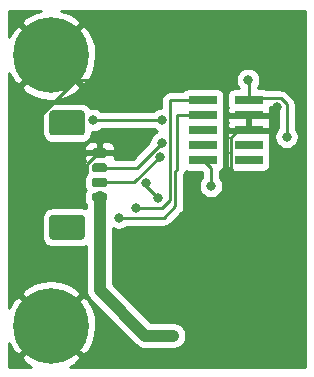
<source format=gbr>
%TF.GenerationSoftware,KiCad,Pcbnew,(5.1.6)-1*%
%TF.CreationDate,2020-12-06T01:58:00+01:00*%
%TF.ProjectId,HorticultureSensor,486f7274-6963-4756-9c74-75726553656e,1.0*%
%TF.SameCoordinates,Original*%
%TF.FileFunction,Copper,L2,Bot*%
%TF.FilePolarity,Positive*%
%FSLAX46Y46*%
G04 Gerber Fmt 4.6, Leading zero omitted, Abs format (unit mm)*
G04 Created by KiCad (PCBNEW (5.1.6)-1) date 2020-12-06 01:58:00*
%MOMM*%
%LPD*%
G01*
G04 APERTURE LIST*
%TA.AperFunction,ComponentPad*%
%ADD10C,6.400000*%
%TD*%
%TA.AperFunction,SMDPad,CuDef*%
%ADD11R,2.400000X0.740000*%
%TD*%
%TA.AperFunction,ViaPad*%
%ADD12C,0.800000*%
%TD*%
%TA.AperFunction,ViaPad*%
%ADD13C,1.000000*%
%TD*%
%TA.AperFunction,Conductor*%
%ADD14C,0.250000*%
%TD*%
%TA.AperFunction,Conductor*%
%ADD15C,1.000000*%
%TD*%
%TA.AperFunction,Conductor*%
%ADD16C,0.254000*%
%TD*%
G04 APERTURE END LIST*
%TO.P,J6,MP*%
%TO.N,N/C*%
%TA.AperFunction,SMDPad,CuDef*%
G36*
G01*
X150372000Y-125657000D02*
X147872000Y-125657000D01*
G75*
G02*
X147622000Y-125407000I0J250000D01*
G01*
X147622000Y-123807000D01*
G75*
G02*
X147872000Y-123557000I250000J0D01*
G01*
X150372000Y-123557000D01*
G75*
G02*
X150622000Y-123807000I0J-250000D01*
G01*
X150622000Y-125407000D01*
G75*
G02*
X150372000Y-125657000I-250000J0D01*
G01*
G37*
%TD.AperFunction*%
%TA.AperFunction,SMDPad,CuDef*%
G36*
G01*
X150372000Y-134507000D02*
X147872000Y-134507000D01*
G75*
G02*
X147622000Y-134257000I0J250000D01*
G01*
X147622000Y-132657000D01*
G75*
G02*
X147872000Y-132407000I250000J0D01*
G01*
X150372000Y-132407000D01*
G75*
G02*
X150622000Y-132657000I0J-250000D01*
G01*
X150622000Y-134257000D01*
G75*
G02*
X150372000Y-134507000I-250000J0D01*
G01*
G37*
%TD.AperFunction*%
%TO.P,J6,4*%
%TO.N,GND*%
%TA.AperFunction,SMDPad,CuDef*%
G36*
G01*
X152322000Y-127557000D02*
X151422000Y-127557000D01*
G75*
G02*
X151222000Y-127357000I0J200000D01*
G01*
X151222000Y-126957000D01*
G75*
G02*
X151422000Y-126757000I200000J0D01*
G01*
X152322000Y-126757000D01*
G75*
G02*
X152522000Y-126957000I0J-200000D01*
G01*
X152522000Y-127357000D01*
G75*
G02*
X152322000Y-127557000I-200000J0D01*
G01*
G37*
%TD.AperFunction*%
%TO.P,J6,3*%
%TO.N,UART-rx*%
%TA.AperFunction,SMDPad,CuDef*%
G36*
G01*
X152322000Y-128807000D02*
X151422000Y-128807000D01*
G75*
G02*
X151222000Y-128607000I0J200000D01*
G01*
X151222000Y-128207000D01*
G75*
G02*
X151422000Y-128007000I200000J0D01*
G01*
X152322000Y-128007000D01*
G75*
G02*
X152522000Y-128207000I0J-200000D01*
G01*
X152522000Y-128607000D01*
G75*
G02*
X152322000Y-128807000I-200000J0D01*
G01*
G37*
%TD.AperFunction*%
%TO.P,J6,2*%
%TO.N,UART-tx*%
%TA.AperFunction,SMDPad,CuDef*%
G36*
G01*
X152322000Y-130057000D02*
X151422000Y-130057000D01*
G75*
G02*
X151222000Y-129857000I0J200000D01*
G01*
X151222000Y-129457000D01*
G75*
G02*
X151422000Y-129257000I200000J0D01*
G01*
X152322000Y-129257000D01*
G75*
G02*
X152522000Y-129457000I0J-200000D01*
G01*
X152522000Y-129857000D01*
G75*
G02*
X152322000Y-130057000I-200000J0D01*
G01*
G37*
%TD.AperFunction*%
%TO.P,J6,1*%
%TO.N,+3V3*%
%TA.AperFunction,SMDPad,CuDef*%
G36*
G01*
X152322000Y-131307000D02*
X151422000Y-131307000D01*
G75*
G02*
X151222000Y-131107000I0J200000D01*
G01*
X151222000Y-130707000D01*
G75*
G02*
X151422000Y-130507000I200000J0D01*
G01*
X152322000Y-130507000D01*
G75*
G02*
X152522000Y-130707000I0J-200000D01*
G01*
X152522000Y-131107000D01*
G75*
G02*
X152322000Y-131307000I-200000J0D01*
G01*
G37*
%TD.AperFunction*%
%TD*%
D10*
%TO.P,H2,1*%
%TO.N,GND*%
X147750000Y-141775000D03*
%TD*%
%TO.P,H1,1*%
%TO.N,GND*%
X147750000Y-118872000D03*
%TD*%
D11*
%TO.P,J2,10*%
%TO.N,nRESET*%
X160610000Y-127762000D03*
%TO.P,J2,9*%
%TO.N,N/C*%
X164510000Y-127762000D03*
%TO.P,J2,8*%
X160610000Y-126492000D03*
%TO.P,J2,7*%
X164510000Y-126492000D03*
%TO.P,J2,6*%
X160610000Y-125222000D03*
%TO.P,J2,5*%
%TO.N,GND*%
X164510000Y-125222000D03*
%TO.P,J2,4*%
%TO.N,SWD-SWCLK*%
X160610000Y-123952000D03*
%TO.P,J2,3*%
%TO.N,GND*%
X164510000Y-123952000D03*
%TO.P,J2,2*%
%TO.N,SWD-SWIO*%
X160610000Y-122682000D03*
%TO.P,J2,1*%
%TO.N,+3V3*%
X164510000Y-122682000D03*
%TD*%
D12*
%TO.N,SWD-SWCLK*%
X153510000Y-132630000D03*
%TO.N,SWD-SWIO*%
X154980000Y-131820000D03*
%TO.N,nRESET*%
X161300000Y-129940000D03*
%TO.N,I2c-SCL*%
X155790992Y-129694313D03*
X156850000Y-130990000D03*
D13*
%TO.N,+3V3*%
X158100000Y-142620000D03*
D12*
X167710000Y-125790000D03*
X164460000Y-120980000D03*
X151872000Y-132502000D03*
%TO.N,i2c-addr_0*%
X157125000Y-124360000D03*
X151340000Y-124370000D03*
%TO.N,GND*%
X159425000Y-133205000D03*
X146330000Y-127130000D03*
X150400000Y-129230000D03*
X166860000Y-123270000D03*
X154250000Y-120950000D03*
X163880000Y-129420000D03*
%TO.N,UART-rx*%
X157125000Y-126290000D03*
%TO.N,UART-tx*%
X156970000Y-127490000D03*
%TD*%
D14*
%TO.N,SWD-SWCLK*%
X158410000Y-127970000D02*
X158410000Y-123950000D01*
X160608000Y-123950000D02*
X160610000Y-123952000D01*
X158410000Y-123950000D02*
X160608000Y-123950000D01*
X158300010Y-128669990D02*
X158300010Y-131669990D01*
X158410000Y-127970000D02*
X158410000Y-128560000D01*
X158410000Y-128560000D02*
X158300010Y-128669990D01*
X158300010Y-131669990D02*
X157340000Y-132630000D01*
X157340000Y-132630000D02*
X153510000Y-132630000D01*
%TO.N,SWD-SWIO*%
X157852000Y-122682000D02*
X160610000Y-122682000D01*
X157850000Y-122680000D02*
X157852000Y-122682000D01*
X157850000Y-131140000D02*
X157850000Y-122680000D01*
X154980000Y-131820000D02*
X157170000Y-131820000D01*
X157170000Y-131820000D02*
X157850000Y-131140000D01*
%TO.N,nRESET*%
X161300000Y-128452000D02*
X160610000Y-127762000D01*
X161300000Y-129940000D02*
X161300000Y-128452000D01*
%TO.N,I2c-SCL*%
X155790992Y-129694313D02*
X155790992Y-129930992D01*
X155790992Y-129930992D02*
X156850000Y-130990000D01*
D15*
%TO.N,+3V3*%
X151872000Y-138742000D02*
X155750000Y-142620000D01*
X155750000Y-142620000D02*
X158100000Y-142620000D01*
X158100000Y-142620000D02*
X158100000Y-142620000D01*
D14*
X167710000Y-123046998D02*
X167710000Y-125790000D01*
X164510000Y-122682000D02*
X164647001Y-122544999D01*
X167208001Y-122544999D02*
X167710000Y-123046998D01*
X164647001Y-122544999D02*
X167208001Y-122544999D01*
X164510000Y-122682000D02*
X164510000Y-121030000D01*
X164510000Y-121030000D02*
X164460000Y-120980000D01*
D15*
X151872000Y-130907000D02*
X151872000Y-132502000D01*
X151872000Y-132502000D02*
X151872000Y-138742000D01*
D14*
%TO.N,i2c-addr_0*%
X157125000Y-124360000D02*
X151350000Y-124360000D01*
X151350000Y-124360000D02*
X151340000Y-124370000D01*
%TO.N,GND*%
X163624998Y-125222000D02*
X164510000Y-125222000D01*
X162984999Y-125861999D02*
X163624998Y-125222000D01*
X161544000Y-131572000D02*
X162984999Y-130131001D01*
X164510000Y-123952000D02*
X164510000Y-125222000D01*
X161544000Y-131572000D02*
X161508000Y-131572000D01*
X159875000Y-133205000D02*
X159425000Y-133205000D01*
X161508000Y-131572000D02*
X159875000Y-133205000D01*
X151872000Y-127157000D02*
X146357000Y-127157000D01*
X146357000Y-127157000D02*
X146330000Y-127130000D01*
X151729522Y-127157000D02*
X151872000Y-127157000D01*
X150805532Y-128080990D02*
X151729522Y-127157000D01*
X150805532Y-128824468D02*
X150805532Y-128080990D01*
X150400000Y-129230000D02*
X150805532Y-128824468D01*
X164510000Y-123952000D02*
X166178000Y-123952000D01*
X166178000Y-123952000D02*
X166860000Y-123270000D01*
X146330000Y-124535810D02*
X146330000Y-127130000D01*
X149915810Y-120950000D02*
X146330000Y-124535810D01*
X154250000Y-120950000D02*
X149915810Y-120950000D01*
X163005001Y-128545001D02*
X162984999Y-128545001D01*
X163880000Y-129420000D02*
X163005001Y-128545001D01*
X162984999Y-130131001D02*
X162984999Y-128545001D01*
X162984999Y-128545001D02*
X162984999Y-125861999D01*
%TO.N,UART-rx*%
X151872000Y-128407000D02*
X154853000Y-128407000D01*
X155008000Y-128407000D02*
X154853000Y-128407000D01*
X157125000Y-126290000D02*
X155008000Y-128407000D01*
%TO.N,UART-tx*%
X154803000Y-129657000D02*
X151872000Y-129657000D01*
X156970000Y-127490000D02*
X154803000Y-129657000D01*
%TD*%
D16*
%TO.N,GND*%
G36*
X146297792Y-115302548D02*
G01*
X145629330Y-115654445D01*
X145588912Y-115681452D01*
X145228724Y-116171119D01*
X147750000Y-118692395D01*
X150271276Y-116171119D01*
X149911088Y-115681452D01*
X149247118Y-115321151D01*
X148598763Y-115120000D01*
X169290000Y-115120000D01*
X169290001Y-145240140D01*
X149400359Y-145240140D01*
X149870670Y-144992555D01*
X149911088Y-144965548D01*
X150271276Y-144475881D01*
X147750000Y-141954605D01*
X145228724Y-144475881D01*
X145588912Y-144965548D01*
X146094936Y-145240140D01*
X144208100Y-145240140D01*
X144208100Y-143279546D01*
X144532445Y-143895670D01*
X144559452Y-143936088D01*
X145049119Y-144296276D01*
X147570395Y-141775000D01*
X147929605Y-141775000D01*
X150450881Y-144296276D01*
X150940548Y-143936088D01*
X151300849Y-143272118D01*
X151524694Y-142550615D01*
X151603480Y-141799305D01*
X151534178Y-141047062D01*
X151319452Y-140322792D01*
X150967555Y-139654330D01*
X150940548Y-139613912D01*
X150450881Y-139253724D01*
X147929605Y-141775000D01*
X147570395Y-141775000D01*
X145049119Y-139253724D01*
X144559452Y-139613912D01*
X144208100Y-140261391D01*
X144208100Y-139074119D01*
X145228724Y-139074119D01*
X147750000Y-141595395D01*
X150271276Y-139074119D01*
X149911088Y-138584452D01*
X149247118Y-138224151D01*
X148525615Y-138000306D01*
X147774305Y-137921520D01*
X147022062Y-137990822D01*
X146297792Y-138205548D01*
X145629330Y-138557445D01*
X145588912Y-138584452D01*
X145228724Y-139074119D01*
X144208100Y-139074119D01*
X144208100Y-126757000D01*
X150583928Y-126757000D01*
X150587000Y-126871250D01*
X150745750Y-127030000D01*
X151745000Y-127030000D01*
X151745000Y-126280750D01*
X151999000Y-126280750D01*
X151999000Y-127030000D01*
X152998250Y-127030000D01*
X153157000Y-126871250D01*
X153160072Y-126757000D01*
X153147812Y-126632518D01*
X153111502Y-126512820D01*
X153052537Y-126402506D01*
X152973185Y-126305815D01*
X152876494Y-126226463D01*
X152766180Y-126167498D01*
X152646482Y-126131188D01*
X152522000Y-126118928D01*
X152157750Y-126122000D01*
X151999000Y-126280750D01*
X151745000Y-126280750D01*
X151586250Y-126122000D01*
X151222000Y-126118928D01*
X151097518Y-126131188D01*
X150977820Y-126167498D01*
X150867506Y-126226463D01*
X150770815Y-126305815D01*
X150691463Y-126402506D01*
X150632498Y-126512820D01*
X150596188Y-126632518D01*
X150583928Y-126757000D01*
X144208100Y-126757000D01*
X144208100Y-123807000D01*
X146983928Y-123807000D01*
X146983928Y-125407000D01*
X147000992Y-125580254D01*
X147051528Y-125746850D01*
X147133595Y-125900386D01*
X147244038Y-126034962D01*
X147378614Y-126145405D01*
X147532150Y-126227472D01*
X147698746Y-126278008D01*
X147872000Y-126295072D01*
X150372000Y-126295072D01*
X150545254Y-126278008D01*
X150711850Y-126227472D01*
X150865386Y-126145405D01*
X150999962Y-126034962D01*
X151110405Y-125900386D01*
X151192472Y-125746850D01*
X151243008Y-125580254D01*
X151260072Y-125407000D01*
X151260072Y-125405000D01*
X151441939Y-125405000D01*
X151641898Y-125365226D01*
X151830256Y-125287205D01*
X151999774Y-125173937D01*
X152053711Y-125120000D01*
X156421289Y-125120000D01*
X156465226Y-125163937D01*
X156634744Y-125277205D01*
X156750131Y-125325000D01*
X156634744Y-125372795D01*
X156465226Y-125486063D01*
X156321063Y-125630226D01*
X156207795Y-125799744D01*
X156129774Y-125988102D01*
X156090000Y-126188061D01*
X156090000Y-126250198D01*
X154693199Y-127647000D01*
X153151208Y-127647000D01*
X153160072Y-127557000D01*
X153157000Y-127442750D01*
X152998250Y-127284000D01*
X151999000Y-127284000D01*
X151999000Y-127304000D01*
X151745000Y-127304000D01*
X151745000Y-127284000D01*
X150745750Y-127284000D01*
X150587000Y-127442750D01*
X150583928Y-127557000D01*
X150596188Y-127681482D01*
X150632498Y-127801180D01*
X150662855Y-127857973D01*
X150647722Y-127886284D01*
X150600031Y-128043500D01*
X150583928Y-128207000D01*
X150583928Y-128607000D01*
X150600031Y-128770500D01*
X150647722Y-128927716D01*
X150703463Y-129032000D01*
X150647722Y-129136284D01*
X150600031Y-129293500D01*
X150583928Y-129457000D01*
X150583928Y-129857000D01*
X150600031Y-130020500D01*
X150647722Y-130177716D01*
X150703463Y-130282000D01*
X150647722Y-130386284D01*
X150600031Y-130543500D01*
X150583928Y-130707000D01*
X150583928Y-131107000D01*
X150600031Y-131270500D01*
X150647722Y-131427716D01*
X150725169Y-131572608D01*
X150737000Y-131587024D01*
X150737000Y-131849971D01*
X150711850Y-131836528D01*
X150545254Y-131785992D01*
X150372000Y-131768928D01*
X147872000Y-131768928D01*
X147698746Y-131785992D01*
X147532150Y-131836528D01*
X147378614Y-131918595D01*
X147244038Y-132029038D01*
X147133595Y-132163614D01*
X147051528Y-132317150D01*
X147000992Y-132483746D01*
X146983928Y-132657000D01*
X146983928Y-134257000D01*
X147000992Y-134430254D01*
X147051528Y-134596850D01*
X147133595Y-134750386D01*
X147244038Y-134884962D01*
X147378614Y-134995405D01*
X147532150Y-135077472D01*
X147698746Y-135128008D01*
X147872000Y-135145072D01*
X150372000Y-135145072D01*
X150545254Y-135128008D01*
X150711850Y-135077472D01*
X150737000Y-135064029D01*
X150737001Y-138686239D01*
X150731509Y-138742000D01*
X150753423Y-138964498D01*
X150818324Y-139178446D01*
X150818325Y-139178447D01*
X150923717Y-139375623D01*
X151065552Y-139548449D01*
X151108860Y-139583991D01*
X154908009Y-143383141D01*
X154943551Y-143426449D01*
X155116377Y-143568284D01*
X155313553Y-143673676D01*
X155477705Y-143723471D01*
X155527500Y-143738577D01*
X155548493Y-143740644D01*
X155694248Y-143755000D01*
X155694255Y-143755000D01*
X155749999Y-143760490D01*
X155805743Y-143755000D01*
X158211788Y-143755000D01*
X158266747Y-143744068D01*
X158322499Y-143738577D01*
X158376106Y-143722315D01*
X158431067Y-143711383D01*
X158482842Y-143689937D01*
X158536447Y-143673676D01*
X158585851Y-143647269D01*
X158637624Y-143625824D01*
X158684214Y-143594693D01*
X158733623Y-143568284D01*
X158776932Y-143532741D01*
X158823520Y-143501612D01*
X158863141Y-143461991D01*
X158906449Y-143426449D01*
X158941991Y-143383141D01*
X158981612Y-143343520D01*
X159012741Y-143296932D01*
X159048284Y-143253623D01*
X159074693Y-143204214D01*
X159105824Y-143157624D01*
X159127269Y-143105851D01*
X159153676Y-143056447D01*
X159169937Y-143002842D01*
X159191383Y-142951067D01*
X159202315Y-142896106D01*
X159218577Y-142842499D01*
X159224068Y-142786747D01*
X159235000Y-142731788D01*
X159235000Y-142675752D01*
X159240491Y-142620000D01*
X159235000Y-142564248D01*
X159235000Y-142508212D01*
X159224068Y-142453253D01*
X159218577Y-142397501D01*
X159202315Y-142343894D01*
X159191383Y-142288933D01*
X159169937Y-142237158D01*
X159153676Y-142183553D01*
X159127269Y-142134149D01*
X159105824Y-142082376D01*
X159074693Y-142035786D01*
X159048284Y-141986377D01*
X159012741Y-141943068D01*
X158981612Y-141896480D01*
X158941991Y-141856859D01*
X158906449Y-141813551D01*
X158863141Y-141778009D01*
X158823520Y-141738388D01*
X158776932Y-141707259D01*
X158733623Y-141671716D01*
X158684214Y-141645307D01*
X158637624Y-141614176D01*
X158585851Y-141592731D01*
X158536447Y-141566324D01*
X158482842Y-141550063D01*
X158431067Y-141528617D01*
X158376106Y-141517685D01*
X158322499Y-141501423D01*
X158266747Y-141495932D01*
X158211788Y-141485000D01*
X156220132Y-141485000D01*
X153007000Y-138271869D01*
X153007000Y-133538690D01*
X153019744Y-133547205D01*
X153208102Y-133625226D01*
X153408061Y-133665000D01*
X153611939Y-133665000D01*
X153811898Y-133625226D01*
X154000256Y-133547205D01*
X154169774Y-133433937D01*
X154213711Y-133390000D01*
X157302678Y-133390000D01*
X157340000Y-133393676D01*
X157377322Y-133390000D01*
X157377333Y-133390000D01*
X157488986Y-133379003D01*
X157632247Y-133335546D01*
X157764276Y-133264974D01*
X157880001Y-133170001D01*
X157903804Y-133140998D01*
X158811013Y-132233789D01*
X158840011Y-132209991D01*
X158934984Y-132094266D01*
X159005556Y-131962237D01*
X159049013Y-131818976D01*
X159060010Y-131707323D01*
X159060010Y-131707314D01*
X159063686Y-131669991D01*
X159060010Y-131632668D01*
X159060010Y-128956146D01*
X159115546Y-128852247D01*
X159156687Y-128716620D01*
X159165820Y-128721502D01*
X159285518Y-128757812D01*
X159410000Y-128770072D01*
X160540001Y-128770072D01*
X160540000Y-129236289D01*
X160496063Y-129280226D01*
X160382795Y-129449744D01*
X160304774Y-129638102D01*
X160265000Y-129838061D01*
X160265000Y-130041939D01*
X160304774Y-130241898D01*
X160382795Y-130430256D01*
X160496063Y-130599774D01*
X160640226Y-130743937D01*
X160809744Y-130857205D01*
X160998102Y-130935226D01*
X161198061Y-130975000D01*
X161401939Y-130975000D01*
X161601898Y-130935226D01*
X161790256Y-130857205D01*
X161959774Y-130743937D01*
X162103937Y-130599774D01*
X162217205Y-130430256D01*
X162295226Y-130241898D01*
X162335000Y-130041939D01*
X162335000Y-129838061D01*
X162295226Y-129638102D01*
X162217205Y-129449744D01*
X162103937Y-129280226D01*
X162060000Y-129236289D01*
X162060000Y-128718391D01*
X162164494Y-128662537D01*
X162261185Y-128583185D01*
X162340537Y-128486494D01*
X162399502Y-128376180D01*
X162435812Y-128256482D01*
X162448072Y-128132000D01*
X162448072Y-127392000D01*
X162435812Y-127267518D01*
X162399502Y-127147820D01*
X162388373Y-127127000D01*
X162399502Y-127106180D01*
X162435812Y-126986482D01*
X162448072Y-126862000D01*
X162448072Y-126122000D01*
X162435812Y-125997518D01*
X162399502Y-125877820D01*
X162388373Y-125857000D01*
X162399502Y-125836180D01*
X162435812Y-125716482D01*
X162448072Y-125592000D01*
X162671928Y-125592000D01*
X162684188Y-125716482D01*
X162720498Y-125836180D01*
X162731627Y-125857000D01*
X162720498Y-125877820D01*
X162684188Y-125997518D01*
X162671928Y-126122000D01*
X162671928Y-126862000D01*
X162684188Y-126986482D01*
X162720498Y-127106180D01*
X162731627Y-127127000D01*
X162720498Y-127147820D01*
X162684188Y-127267518D01*
X162671928Y-127392000D01*
X162671928Y-128132000D01*
X162684188Y-128256482D01*
X162720498Y-128376180D01*
X162779463Y-128486494D01*
X162858815Y-128583185D01*
X162955506Y-128662537D01*
X163065820Y-128721502D01*
X163185518Y-128757812D01*
X163310000Y-128770072D01*
X165710000Y-128770072D01*
X165834482Y-128757812D01*
X165954180Y-128721502D01*
X166064494Y-128662537D01*
X166161185Y-128583185D01*
X166240537Y-128486494D01*
X166299502Y-128376180D01*
X166335812Y-128256482D01*
X166348072Y-128132000D01*
X166348072Y-127392000D01*
X166335812Y-127267518D01*
X166299502Y-127147820D01*
X166288373Y-127127000D01*
X166299502Y-127106180D01*
X166335812Y-126986482D01*
X166348072Y-126862000D01*
X166348072Y-126122000D01*
X166335812Y-125997518D01*
X166299502Y-125877820D01*
X166288373Y-125857000D01*
X166299502Y-125836180D01*
X166335812Y-125716482D01*
X166348072Y-125592000D01*
X166345000Y-125507750D01*
X166186250Y-125349000D01*
X164637000Y-125349000D01*
X164637000Y-125369000D01*
X164383000Y-125369000D01*
X164383000Y-125349000D01*
X162833750Y-125349000D01*
X162675000Y-125507750D01*
X162671928Y-125592000D01*
X162448072Y-125592000D01*
X162448072Y-124852000D01*
X162435812Y-124727518D01*
X162399502Y-124607820D01*
X162388373Y-124587000D01*
X162399502Y-124566180D01*
X162435812Y-124446482D01*
X162448072Y-124322000D01*
X162671928Y-124322000D01*
X162684188Y-124446482D01*
X162720498Y-124566180D01*
X162731627Y-124587000D01*
X162720498Y-124607820D01*
X162684188Y-124727518D01*
X162671928Y-124852000D01*
X162675000Y-124936250D01*
X162833750Y-125095000D01*
X164383000Y-125095000D01*
X164383000Y-124079000D01*
X164637000Y-124079000D01*
X164637000Y-125095000D01*
X166186250Y-125095000D01*
X166345000Y-124936250D01*
X166348072Y-124852000D01*
X166335812Y-124727518D01*
X166299502Y-124607820D01*
X166288373Y-124587000D01*
X166299502Y-124566180D01*
X166335812Y-124446482D01*
X166348072Y-124322000D01*
X166345000Y-124237750D01*
X166186250Y-124079000D01*
X164637000Y-124079000D01*
X164383000Y-124079000D01*
X162833750Y-124079000D01*
X162675000Y-124237750D01*
X162671928Y-124322000D01*
X162448072Y-124322000D01*
X162448072Y-123582000D01*
X162435812Y-123457518D01*
X162399502Y-123337820D01*
X162388373Y-123317000D01*
X162399502Y-123296180D01*
X162435812Y-123176482D01*
X162448072Y-123052000D01*
X162448072Y-122312000D01*
X162671928Y-122312000D01*
X162671928Y-123052000D01*
X162684188Y-123176482D01*
X162720498Y-123296180D01*
X162731627Y-123317000D01*
X162720498Y-123337820D01*
X162684188Y-123457518D01*
X162671928Y-123582000D01*
X162675000Y-123666250D01*
X162833750Y-123825000D01*
X164383000Y-123825000D01*
X164383000Y-123805000D01*
X164637000Y-123805000D01*
X164637000Y-123825000D01*
X166186250Y-123825000D01*
X166345000Y-123666250D01*
X166348072Y-123582000D01*
X166335812Y-123457518D01*
X166299502Y-123337820D01*
X166288373Y-123317000D01*
X166294788Y-123304999D01*
X166893200Y-123304999D01*
X166950000Y-123361799D01*
X166950001Y-125086288D01*
X166906063Y-125130226D01*
X166792795Y-125299744D01*
X166714774Y-125488102D01*
X166675000Y-125688061D01*
X166675000Y-125891939D01*
X166714774Y-126091898D01*
X166792795Y-126280256D01*
X166906063Y-126449774D01*
X167050226Y-126593937D01*
X167219744Y-126707205D01*
X167408102Y-126785226D01*
X167608061Y-126825000D01*
X167811939Y-126825000D01*
X168011898Y-126785226D01*
X168200256Y-126707205D01*
X168369774Y-126593937D01*
X168513937Y-126449774D01*
X168627205Y-126280256D01*
X168705226Y-126091898D01*
X168745000Y-125891939D01*
X168745000Y-125688061D01*
X168705226Y-125488102D01*
X168627205Y-125299744D01*
X168513937Y-125130226D01*
X168470000Y-125086289D01*
X168470000Y-123084323D01*
X168473676Y-123046998D01*
X168470000Y-123009673D01*
X168470000Y-123009665D01*
X168459003Y-122898012D01*
X168415546Y-122754751D01*
X168344974Y-122622722D01*
X168250001Y-122506997D01*
X168220998Y-122483195D01*
X167771805Y-122034002D01*
X167748002Y-122004998D01*
X167632277Y-121910025D01*
X167500248Y-121839453D01*
X167356987Y-121795996D01*
X167245334Y-121784999D01*
X167245323Y-121784999D01*
X167208001Y-121781323D01*
X167170679Y-121784999D01*
X166068803Y-121784999D01*
X166064494Y-121781463D01*
X165954180Y-121722498D01*
X165834482Y-121686188D01*
X165710000Y-121673928D01*
X165270000Y-121673928D01*
X165270000Y-121630700D01*
X165377205Y-121470256D01*
X165455226Y-121281898D01*
X165495000Y-121081939D01*
X165495000Y-120878061D01*
X165455226Y-120678102D01*
X165377205Y-120489744D01*
X165263937Y-120320226D01*
X165119774Y-120176063D01*
X164950256Y-120062795D01*
X164761898Y-119984774D01*
X164561939Y-119945000D01*
X164358061Y-119945000D01*
X164158102Y-119984774D01*
X163969744Y-120062795D01*
X163800226Y-120176063D01*
X163656063Y-120320226D01*
X163542795Y-120489744D01*
X163464774Y-120678102D01*
X163425000Y-120878061D01*
X163425000Y-121081939D01*
X163464774Y-121281898D01*
X163542795Y-121470256D01*
X163656063Y-121639774D01*
X163690217Y-121673928D01*
X163310000Y-121673928D01*
X163185518Y-121686188D01*
X163065820Y-121722498D01*
X162955506Y-121781463D01*
X162858815Y-121860815D01*
X162779463Y-121957506D01*
X162720498Y-122067820D01*
X162684188Y-122187518D01*
X162671928Y-122312000D01*
X162448072Y-122312000D01*
X162435812Y-122187518D01*
X162399502Y-122067820D01*
X162340537Y-121957506D01*
X162261185Y-121860815D01*
X162164494Y-121781463D01*
X162054180Y-121722498D01*
X161934482Y-121686188D01*
X161810000Y-121673928D01*
X159410000Y-121673928D01*
X159285518Y-121686188D01*
X159165820Y-121722498D01*
X159055506Y-121781463D01*
X158958815Y-121860815D01*
X158908602Y-121922000D01*
X157907639Y-121922000D01*
X157850000Y-121916323D01*
X157701015Y-121930997D01*
X157557754Y-121974454D01*
X157425724Y-122045026D01*
X157309999Y-122139999D01*
X157215026Y-122255724D01*
X157144454Y-122387754D01*
X157100998Y-122531015D01*
X157086324Y-122680000D01*
X157090001Y-122717332D01*
X157090001Y-123325000D01*
X157023061Y-123325000D01*
X156823102Y-123364774D01*
X156634744Y-123442795D01*
X156465226Y-123556063D01*
X156421289Y-123600000D01*
X152033711Y-123600000D01*
X151999774Y-123566063D01*
X151830256Y-123452795D01*
X151641898Y-123374774D01*
X151441939Y-123335000D01*
X151238061Y-123335000D01*
X151133006Y-123355897D01*
X151110405Y-123313614D01*
X150999962Y-123179038D01*
X150865386Y-123068595D01*
X150711850Y-122986528D01*
X150545254Y-122935992D01*
X150372000Y-122918928D01*
X147872000Y-122918928D01*
X147698746Y-122935992D01*
X147532150Y-122986528D01*
X147378614Y-123068595D01*
X147244038Y-123179038D01*
X147133595Y-123313614D01*
X147051528Y-123467150D01*
X147000992Y-123633746D01*
X146983928Y-123807000D01*
X144208100Y-123807000D01*
X144208100Y-121572881D01*
X145228724Y-121572881D01*
X145588912Y-122062548D01*
X146252882Y-122422849D01*
X146974385Y-122646694D01*
X147725695Y-122725480D01*
X148477938Y-122656178D01*
X149202208Y-122441452D01*
X149870670Y-122089555D01*
X149911088Y-122062548D01*
X150271276Y-121572881D01*
X147750000Y-119051605D01*
X145228724Y-121572881D01*
X144208100Y-121572881D01*
X144208100Y-120376546D01*
X144532445Y-120992670D01*
X144559452Y-121033088D01*
X145049119Y-121393276D01*
X147570395Y-118872000D01*
X147929605Y-118872000D01*
X150450881Y-121393276D01*
X150940548Y-121033088D01*
X151300849Y-120369118D01*
X151524694Y-119647615D01*
X151603480Y-118896305D01*
X151534178Y-118144062D01*
X151319452Y-117419792D01*
X150967555Y-116751330D01*
X150940548Y-116710912D01*
X150450881Y-116350724D01*
X147929605Y-118872000D01*
X147570395Y-118872000D01*
X145049119Y-116350724D01*
X144559452Y-116710912D01*
X144208100Y-117358391D01*
X144208100Y-115120000D01*
X146913526Y-115120000D01*
X146297792Y-115302548D01*
G37*
X146297792Y-115302548D02*
X145629330Y-115654445D01*
X145588912Y-115681452D01*
X145228724Y-116171119D01*
X147750000Y-118692395D01*
X150271276Y-116171119D01*
X149911088Y-115681452D01*
X149247118Y-115321151D01*
X148598763Y-115120000D01*
X169290000Y-115120000D01*
X169290001Y-145240140D01*
X149400359Y-145240140D01*
X149870670Y-144992555D01*
X149911088Y-144965548D01*
X150271276Y-144475881D01*
X147750000Y-141954605D01*
X145228724Y-144475881D01*
X145588912Y-144965548D01*
X146094936Y-145240140D01*
X144208100Y-145240140D01*
X144208100Y-143279546D01*
X144532445Y-143895670D01*
X144559452Y-143936088D01*
X145049119Y-144296276D01*
X147570395Y-141775000D01*
X147929605Y-141775000D01*
X150450881Y-144296276D01*
X150940548Y-143936088D01*
X151300849Y-143272118D01*
X151524694Y-142550615D01*
X151603480Y-141799305D01*
X151534178Y-141047062D01*
X151319452Y-140322792D01*
X150967555Y-139654330D01*
X150940548Y-139613912D01*
X150450881Y-139253724D01*
X147929605Y-141775000D01*
X147570395Y-141775000D01*
X145049119Y-139253724D01*
X144559452Y-139613912D01*
X144208100Y-140261391D01*
X144208100Y-139074119D01*
X145228724Y-139074119D01*
X147750000Y-141595395D01*
X150271276Y-139074119D01*
X149911088Y-138584452D01*
X149247118Y-138224151D01*
X148525615Y-138000306D01*
X147774305Y-137921520D01*
X147022062Y-137990822D01*
X146297792Y-138205548D01*
X145629330Y-138557445D01*
X145588912Y-138584452D01*
X145228724Y-139074119D01*
X144208100Y-139074119D01*
X144208100Y-126757000D01*
X150583928Y-126757000D01*
X150587000Y-126871250D01*
X150745750Y-127030000D01*
X151745000Y-127030000D01*
X151745000Y-126280750D01*
X151999000Y-126280750D01*
X151999000Y-127030000D01*
X152998250Y-127030000D01*
X153157000Y-126871250D01*
X153160072Y-126757000D01*
X153147812Y-126632518D01*
X153111502Y-126512820D01*
X153052537Y-126402506D01*
X152973185Y-126305815D01*
X152876494Y-126226463D01*
X152766180Y-126167498D01*
X152646482Y-126131188D01*
X152522000Y-126118928D01*
X152157750Y-126122000D01*
X151999000Y-126280750D01*
X151745000Y-126280750D01*
X151586250Y-126122000D01*
X151222000Y-126118928D01*
X151097518Y-126131188D01*
X150977820Y-126167498D01*
X150867506Y-126226463D01*
X150770815Y-126305815D01*
X150691463Y-126402506D01*
X150632498Y-126512820D01*
X150596188Y-126632518D01*
X150583928Y-126757000D01*
X144208100Y-126757000D01*
X144208100Y-123807000D01*
X146983928Y-123807000D01*
X146983928Y-125407000D01*
X147000992Y-125580254D01*
X147051528Y-125746850D01*
X147133595Y-125900386D01*
X147244038Y-126034962D01*
X147378614Y-126145405D01*
X147532150Y-126227472D01*
X147698746Y-126278008D01*
X147872000Y-126295072D01*
X150372000Y-126295072D01*
X150545254Y-126278008D01*
X150711850Y-126227472D01*
X150865386Y-126145405D01*
X150999962Y-126034962D01*
X151110405Y-125900386D01*
X151192472Y-125746850D01*
X151243008Y-125580254D01*
X151260072Y-125407000D01*
X151260072Y-125405000D01*
X151441939Y-125405000D01*
X151641898Y-125365226D01*
X151830256Y-125287205D01*
X151999774Y-125173937D01*
X152053711Y-125120000D01*
X156421289Y-125120000D01*
X156465226Y-125163937D01*
X156634744Y-125277205D01*
X156750131Y-125325000D01*
X156634744Y-125372795D01*
X156465226Y-125486063D01*
X156321063Y-125630226D01*
X156207795Y-125799744D01*
X156129774Y-125988102D01*
X156090000Y-126188061D01*
X156090000Y-126250198D01*
X154693199Y-127647000D01*
X153151208Y-127647000D01*
X153160072Y-127557000D01*
X153157000Y-127442750D01*
X152998250Y-127284000D01*
X151999000Y-127284000D01*
X151999000Y-127304000D01*
X151745000Y-127304000D01*
X151745000Y-127284000D01*
X150745750Y-127284000D01*
X150587000Y-127442750D01*
X150583928Y-127557000D01*
X150596188Y-127681482D01*
X150632498Y-127801180D01*
X150662855Y-127857973D01*
X150647722Y-127886284D01*
X150600031Y-128043500D01*
X150583928Y-128207000D01*
X150583928Y-128607000D01*
X150600031Y-128770500D01*
X150647722Y-128927716D01*
X150703463Y-129032000D01*
X150647722Y-129136284D01*
X150600031Y-129293500D01*
X150583928Y-129457000D01*
X150583928Y-129857000D01*
X150600031Y-130020500D01*
X150647722Y-130177716D01*
X150703463Y-130282000D01*
X150647722Y-130386284D01*
X150600031Y-130543500D01*
X150583928Y-130707000D01*
X150583928Y-131107000D01*
X150600031Y-131270500D01*
X150647722Y-131427716D01*
X150725169Y-131572608D01*
X150737000Y-131587024D01*
X150737000Y-131849971D01*
X150711850Y-131836528D01*
X150545254Y-131785992D01*
X150372000Y-131768928D01*
X147872000Y-131768928D01*
X147698746Y-131785992D01*
X147532150Y-131836528D01*
X147378614Y-131918595D01*
X147244038Y-132029038D01*
X147133595Y-132163614D01*
X147051528Y-132317150D01*
X147000992Y-132483746D01*
X146983928Y-132657000D01*
X146983928Y-134257000D01*
X147000992Y-134430254D01*
X147051528Y-134596850D01*
X147133595Y-134750386D01*
X147244038Y-134884962D01*
X147378614Y-134995405D01*
X147532150Y-135077472D01*
X147698746Y-135128008D01*
X147872000Y-135145072D01*
X150372000Y-135145072D01*
X150545254Y-135128008D01*
X150711850Y-135077472D01*
X150737000Y-135064029D01*
X150737001Y-138686239D01*
X150731509Y-138742000D01*
X150753423Y-138964498D01*
X150818324Y-139178446D01*
X150818325Y-139178447D01*
X150923717Y-139375623D01*
X151065552Y-139548449D01*
X151108860Y-139583991D01*
X154908009Y-143383141D01*
X154943551Y-143426449D01*
X155116377Y-143568284D01*
X155313553Y-143673676D01*
X155477705Y-143723471D01*
X155527500Y-143738577D01*
X155548493Y-143740644D01*
X155694248Y-143755000D01*
X155694255Y-143755000D01*
X155749999Y-143760490D01*
X155805743Y-143755000D01*
X158211788Y-143755000D01*
X158266747Y-143744068D01*
X158322499Y-143738577D01*
X158376106Y-143722315D01*
X158431067Y-143711383D01*
X158482842Y-143689937D01*
X158536447Y-143673676D01*
X158585851Y-143647269D01*
X158637624Y-143625824D01*
X158684214Y-143594693D01*
X158733623Y-143568284D01*
X158776932Y-143532741D01*
X158823520Y-143501612D01*
X158863141Y-143461991D01*
X158906449Y-143426449D01*
X158941991Y-143383141D01*
X158981612Y-143343520D01*
X159012741Y-143296932D01*
X159048284Y-143253623D01*
X159074693Y-143204214D01*
X159105824Y-143157624D01*
X159127269Y-143105851D01*
X159153676Y-143056447D01*
X159169937Y-143002842D01*
X159191383Y-142951067D01*
X159202315Y-142896106D01*
X159218577Y-142842499D01*
X159224068Y-142786747D01*
X159235000Y-142731788D01*
X159235000Y-142675752D01*
X159240491Y-142620000D01*
X159235000Y-142564248D01*
X159235000Y-142508212D01*
X159224068Y-142453253D01*
X159218577Y-142397501D01*
X159202315Y-142343894D01*
X159191383Y-142288933D01*
X159169937Y-142237158D01*
X159153676Y-142183553D01*
X159127269Y-142134149D01*
X159105824Y-142082376D01*
X159074693Y-142035786D01*
X159048284Y-141986377D01*
X159012741Y-141943068D01*
X158981612Y-141896480D01*
X158941991Y-141856859D01*
X158906449Y-141813551D01*
X158863141Y-141778009D01*
X158823520Y-141738388D01*
X158776932Y-141707259D01*
X158733623Y-141671716D01*
X158684214Y-141645307D01*
X158637624Y-141614176D01*
X158585851Y-141592731D01*
X158536447Y-141566324D01*
X158482842Y-141550063D01*
X158431067Y-141528617D01*
X158376106Y-141517685D01*
X158322499Y-141501423D01*
X158266747Y-141495932D01*
X158211788Y-141485000D01*
X156220132Y-141485000D01*
X153007000Y-138271869D01*
X153007000Y-133538690D01*
X153019744Y-133547205D01*
X153208102Y-133625226D01*
X153408061Y-133665000D01*
X153611939Y-133665000D01*
X153811898Y-133625226D01*
X154000256Y-133547205D01*
X154169774Y-133433937D01*
X154213711Y-133390000D01*
X157302678Y-133390000D01*
X157340000Y-133393676D01*
X157377322Y-133390000D01*
X157377333Y-133390000D01*
X157488986Y-133379003D01*
X157632247Y-133335546D01*
X157764276Y-133264974D01*
X157880001Y-133170001D01*
X157903804Y-133140998D01*
X158811013Y-132233789D01*
X158840011Y-132209991D01*
X158934984Y-132094266D01*
X159005556Y-131962237D01*
X159049013Y-131818976D01*
X159060010Y-131707323D01*
X159060010Y-131707314D01*
X159063686Y-131669991D01*
X159060010Y-131632668D01*
X159060010Y-128956146D01*
X159115546Y-128852247D01*
X159156687Y-128716620D01*
X159165820Y-128721502D01*
X159285518Y-128757812D01*
X159410000Y-128770072D01*
X160540001Y-128770072D01*
X160540000Y-129236289D01*
X160496063Y-129280226D01*
X160382795Y-129449744D01*
X160304774Y-129638102D01*
X160265000Y-129838061D01*
X160265000Y-130041939D01*
X160304774Y-130241898D01*
X160382795Y-130430256D01*
X160496063Y-130599774D01*
X160640226Y-130743937D01*
X160809744Y-130857205D01*
X160998102Y-130935226D01*
X161198061Y-130975000D01*
X161401939Y-130975000D01*
X161601898Y-130935226D01*
X161790256Y-130857205D01*
X161959774Y-130743937D01*
X162103937Y-130599774D01*
X162217205Y-130430256D01*
X162295226Y-130241898D01*
X162335000Y-130041939D01*
X162335000Y-129838061D01*
X162295226Y-129638102D01*
X162217205Y-129449744D01*
X162103937Y-129280226D01*
X162060000Y-129236289D01*
X162060000Y-128718391D01*
X162164494Y-128662537D01*
X162261185Y-128583185D01*
X162340537Y-128486494D01*
X162399502Y-128376180D01*
X162435812Y-128256482D01*
X162448072Y-128132000D01*
X162448072Y-127392000D01*
X162435812Y-127267518D01*
X162399502Y-127147820D01*
X162388373Y-127127000D01*
X162399502Y-127106180D01*
X162435812Y-126986482D01*
X162448072Y-126862000D01*
X162448072Y-126122000D01*
X162435812Y-125997518D01*
X162399502Y-125877820D01*
X162388373Y-125857000D01*
X162399502Y-125836180D01*
X162435812Y-125716482D01*
X162448072Y-125592000D01*
X162671928Y-125592000D01*
X162684188Y-125716482D01*
X162720498Y-125836180D01*
X162731627Y-125857000D01*
X162720498Y-125877820D01*
X162684188Y-125997518D01*
X162671928Y-126122000D01*
X162671928Y-126862000D01*
X162684188Y-126986482D01*
X162720498Y-127106180D01*
X162731627Y-127127000D01*
X162720498Y-127147820D01*
X162684188Y-127267518D01*
X162671928Y-127392000D01*
X162671928Y-128132000D01*
X162684188Y-128256482D01*
X162720498Y-128376180D01*
X162779463Y-128486494D01*
X162858815Y-128583185D01*
X162955506Y-128662537D01*
X163065820Y-128721502D01*
X163185518Y-128757812D01*
X163310000Y-128770072D01*
X165710000Y-128770072D01*
X165834482Y-128757812D01*
X165954180Y-128721502D01*
X166064494Y-128662537D01*
X166161185Y-128583185D01*
X166240537Y-128486494D01*
X166299502Y-128376180D01*
X166335812Y-128256482D01*
X166348072Y-128132000D01*
X166348072Y-127392000D01*
X166335812Y-127267518D01*
X166299502Y-127147820D01*
X166288373Y-127127000D01*
X166299502Y-127106180D01*
X166335812Y-126986482D01*
X166348072Y-126862000D01*
X166348072Y-126122000D01*
X166335812Y-125997518D01*
X166299502Y-125877820D01*
X166288373Y-125857000D01*
X166299502Y-125836180D01*
X166335812Y-125716482D01*
X166348072Y-125592000D01*
X166345000Y-125507750D01*
X166186250Y-125349000D01*
X164637000Y-125349000D01*
X164637000Y-125369000D01*
X164383000Y-125369000D01*
X164383000Y-125349000D01*
X162833750Y-125349000D01*
X162675000Y-125507750D01*
X162671928Y-125592000D01*
X162448072Y-125592000D01*
X162448072Y-124852000D01*
X162435812Y-124727518D01*
X162399502Y-124607820D01*
X162388373Y-124587000D01*
X162399502Y-124566180D01*
X162435812Y-124446482D01*
X162448072Y-124322000D01*
X162671928Y-124322000D01*
X162684188Y-124446482D01*
X162720498Y-124566180D01*
X162731627Y-124587000D01*
X162720498Y-124607820D01*
X162684188Y-124727518D01*
X162671928Y-124852000D01*
X162675000Y-124936250D01*
X162833750Y-125095000D01*
X164383000Y-125095000D01*
X164383000Y-124079000D01*
X164637000Y-124079000D01*
X164637000Y-125095000D01*
X166186250Y-125095000D01*
X166345000Y-124936250D01*
X166348072Y-124852000D01*
X166335812Y-124727518D01*
X166299502Y-124607820D01*
X166288373Y-124587000D01*
X166299502Y-124566180D01*
X166335812Y-124446482D01*
X166348072Y-124322000D01*
X166345000Y-124237750D01*
X166186250Y-124079000D01*
X164637000Y-124079000D01*
X164383000Y-124079000D01*
X162833750Y-124079000D01*
X162675000Y-124237750D01*
X162671928Y-124322000D01*
X162448072Y-124322000D01*
X162448072Y-123582000D01*
X162435812Y-123457518D01*
X162399502Y-123337820D01*
X162388373Y-123317000D01*
X162399502Y-123296180D01*
X162435812Y-123176482D01*
X162448072Y-123052000D01*
X162448072Y-122312000D01*
X162671928Y-122312000D01*
X162671928Y-123052000D01*
X162684188Y-123176482D01*
X162720498Y-123296180D01*
X162731627Y-123317000D01*
X162720498Y-123337820D01*
X162684188Y-123457518D01*
X162671928Y-123582000D01*
X162675000Y-123666250D01*
X162833750Y-123825000D01*
X164383000Y-123825000D01*
X164383000Y-123805000D01*
X164637000Y-123805000D01*
X164637000Y-123825000D01*
X166186250Y-123825000D01*
X166345000Y-123666250D01*
X166348072Y-123582000D01*
X166335812Y-123457518D01*
X166299502Y-123337820D01*
X166288373Y-123317000D01*
X166294788Y-123304999D01*
X166893200Y-123304999D01*
X166950000Y-123361799D01*
X166950001Y-125086288D01*
X166906063Y-125130226D01*
X166792795Y-125299744D01*
X166714774Y-125488102D01*
X166675000Y-125688061D01*
X166675000Y-125891939D01*
X166714774Y-126091898D01*
X166792795Y-126280256D01*
X166906063Y-126449774D01*
X167050226Y-126593937D01*
X167219744Y-126707205D01*
X167408102Y-126785226D01*
X167608061Y-126825000D01*
X167811939Y-126825000D01*
X168011898Y-126785226D01*
X168200256Y-126707205D01*
X168369774Y-126593937D01*
X168513937Y-126449774D01*
X168627205Y-126280256D01*
X168705226Y-126091898D01*
X168745000Y-125891939D01*
X168745000Y-125688061D01*
X168705226Y-125488102D01*
X168627205Y-125299744D01*
X168513937Y-125130226D01*
X168470000Y-125086289D01*
X168470000Y-123084323D01*
X168473676Y-123046998D01*
X168470000Y-123009673D01*
X168470000Y-123009665D01*
X168459003Y-122898012D01*
X168415546Y-122754751D01*
X168344974Y-122622722D01*
X168250001Y-122506997D01*
X168220998Y-122483195D01*
X167771805Y-122034002D01*
X167748002Y-122004998D01*
X167632277Y-121910025D01*
X167500248Y-121839453D01*
X167356987Y-121795996D01*
X167245334Y-121784999D01*
X167245323Y-121784999D01*
X167208001Y-121781323D01*
X167170679Y-121784999D01*
X166068803Y-121784999D01*
X166064494Y-121781463D01*
X165954180Y-121722498D01*
X165834482Y-121686188D01*
X165710000Y-121673928D01*
X165270000Y-121673928D01*
X165270000Y-121630700D01*
X165377205Y-121470256D01*
X165455226Y-121281898D01*
X165495000Y-121081939D01*
X165495000Y-120878061D01*
X165455226Y-120678102D01*
X165377205Y-120489744D01*
X165263937Y-120320226D01*
X165119774Y-120176063D01*
X164950256Y-120062795D01*
X164761898Y-119984774D01*
X164561939Y-119945000D01*
X164358061Y-119945000D01*
X164158102Y-119984774D01*
X163969744Y-120062795D01*
X163800226Y-120176063D01*
X163656063Y-120320226D01*
X163542795Y-120489744D01*
X163464774Y-120678102D01*
X163425000Y-120878061D01*
X163425000Y-121081939D01*
X163464774Y-121281898D01*
X163542795Y-121470256D01*
X163656063Y-121639774D01*
X163690217Y-121673928D01*
X163310000Y-121673928D01*
X163185518Y-121686188D01*
X163065820Y-121722498D01*
X162955506Y-121781463D01*
X162858815Y-121860815D01*
X162779463Y-121957506D01*
X162720498Y-122067820D01*
X162684188Y-122187518D01*
X162671928Y-122312000D01*
X162448072Y-122312000D01*
X162435812Y-122187518D01*
X162399502Y-122067820D01*
X162340537Y-121957506D01*
X162261185Y-121860815D01*
X162164494Y-121781463D01*
X162054180Y-121722498D01*
X161934482Y-121686188D01*
X161810000Y-121673928D01*
X159410000Y-121673928D01*
X159285518Y-121686188D01*
X159165820Y-121722498D01*
X159055506Y-121781463D01*
X158958815Y-121860815D01*
X158908602Y-121922000D01*
X157907639Y-121922000D01*
X157850000Y-121916323D01*
X157701015Y-121930997D01*
X157557754Y-121974454D01*
X157425724Y-122045026D01*
X157309999Y-122139999D01*
X157215026Y-122255724D01*
X157144454Y-122387754D01*
X157100998Y-122531015D01*
X157086324Y-122680000D01*
X157090001Y-122717332D01*
X157090001Y-123325000D01*
X157023061Y-123325000D01*
X156823102Y-123364774D01*
X156634744Y-123442795D01*
X156465226Y-123556063D01*
X156421289Y-123600000D01*
X152033711Y-123600000D01*
X151999774Y-123566063D01*
X151830256Y-123452795D01*
X151641898Y-123374774D01*
X151441939Y-123335000D01*
X151238061Y-123335000D01*
X151133006Y-123355897D01*
X151110405Y-123313614D01*
X150999962Y-123179038D01*
X150865386Y-123068595D01*
X150711850Y-122986528D01*
X150545254Y-122935992D01*
X150372000Y-122918928D01*
X147872000Y-122918928D01*
X147698746Y-122935992D01*
X147532150Y-122986528D01*
X147378614Y-123068595D01*
X147244038Y-123179038D01*
X147133595Y-123313614D01*
X147051528Y-123467150D01*
X147000992Y-123633746D01*
X146983928Y-123807000D01*
X144208100Y-123807000D01*
X144208100Y-121572881D01*
X145228724Y-121572881D01*
X145588912Y-122062548D01*
X146252882Y-122422849D01*
X146974385Y-122646694D01*
X147725695Y-122725480D01*
X148477938Y-122656178D01*
X149202208Y-122441452D01*
X149870670Y-122089555D01*
X149911088Y-122062548D01*
X150271276Y-121572881D01*
X147750000Y-119051605D01*
X145228724Y-121572881D01*
X144208100Y-121572881D01*
X144208100Y-120376546D01*
X144532445Y-120992670D01*
X144559452Y-121033088D01*
X145049119Y-121393276D01*
X147570395Y-118872000D01*
X147929605Y-118872000D01*
X150450881Y-121393276D01*
X150940548Y-121033088D01*
X151300849Y-120369118D01*
X151524694Y-119647615D01*
X151603480Y-118896305D01*
X151534178Y-118144062D01*
X151319452Y-117419792D01*
X150967555Y-116751330D01*
X150940548Y-116710912D01*
X150450881Y-116350724D01*
X147929605Y-118872000D01*
X147570395Y-118872000D01*
X145049119Y-116350724D01*
X144559452Y-116710912D01*
X144208100Y-117358391D01*
X144208100Y-115120000D01*
X146913526Y-115120000D01*
X146297792Y-115302548D01*
%TD*%
M02*

</source>
